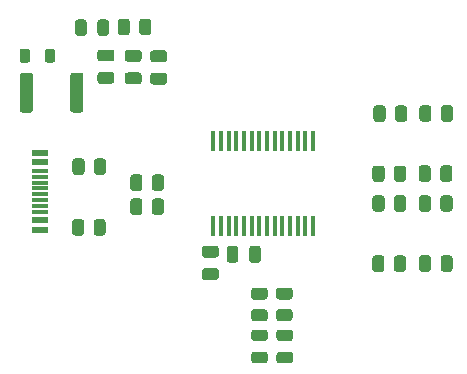
<source format=gbr>
%TF.GenerationSoftware,KiCad,Pcbnew,(5.1.10)-1*%
%TF.CreationDate,2021-09-17T22:01:12+03:00*%
%TF.ProjectId,G800Interface,47383030-496e-4746-9572-666163652e6b,rev?*%
%TF.SameCoordinates,Original*%
%TF.FileFunction,Paste,Top*%
%TF.FilePolarity,Positive*%
%FSLAX46Y46*%
G04 Gerber Fmt 4.6, Leading zero omitted, Abs format (unit mm)*
G04 Created by KiCad (PCBNEW (5.1.10)-1) date 2021-09-17 22:01:12*
%MOMM*%
%LPD*%
G01*
G04 APERTURE LIST*
%ADD10R,0.450000X1.750000*%
%ADD11R,1.450000X0.600000*%
%ADD12R,1.450000X0.300000*%
G04 APERTURE END LIST*
%TO.C,C5*%
G36*
G01*
X104630000Y-91745000D02*
X104630000Y-92695000D01*
G75*
G02*
X104380000Y-92945000I-250000J0D01*
G01*
X103880000Y-92945000D01*
G75*
G02*
X103630000Y-92695000I0J250000D01*
G01*
X103630000Y-91745000D01*
G75*
G02*
X103880000Y-91495000I250000J0D01*
G01*
X104380000Y-91495000D01*
G75*
G02*
X104630000Y-91745000I0J-250000D01*
G01*
G37*
G36*
G01*
X106530000Y-91745000D02*
X106530000Y-92695000D01*
G75*
G02*
X106280000Y-92945000I-250000J0D01*
G01*
X105780000Y-92945000D01*
G75*
G02*
X105530000Y-92695000I0J250000D01*
G01*
X105530000Y-91745000D01*
G75*
G02*
X105780000Y-91495000I250000J0D01*
G01*
X106280000Y-91495000D01*
G75*
G02*
X106530000Y-91745000I0J-250000D01*
G01*
G37*
%TD*%
D10*
%TO.C,U1*%
X110950600Y-89854200D03*
X110300600Y-89854200D03*
X109650600Y-89854200D03*
X109000600Y-89854200D03*
X108350600Y-89854200D03*
X107700600Y-89854200D03*
X107050600Y-89854200D03*
X106400600Y-89854200D03*
X105750600Y-89854200D03*
X105100600Y-89854200D03*
X104450600Y-89854200D03*
X103800600Y-89854200D03*
X103150600Y-89854200D03*
X102500600Y-89854200D03*
X102500600Y-82654200D03*
X103150600Y-82654200D03*
X103800600Y-82654200D03*
X104450600Y-82654200D03*
X105100600Y-82654200D03*
X105750600Y-82654200D03*
X106400600Y-82654200D03*
X107050600Y-82654200D03*
X107700600Y-82654200D03*
X108350600Y-82654200D03*
X109000600Y-82654200D03*
X109650600Y-82654200D03*
X110300600Y-82654200D03*
X110950600Y-82654200D03*
%TD*%
%TO.C,R15*%
G36*
G01*
X106850001Y-96062500D02*
X105949999Y-96062500D01*
G75*
G02*
X105700000Y-95812501I0J249999D01*
G01*
X105700000Y-95287499D01*
G75*
G02*
X105949999Y-95037500I249999J0D01*
G01*
X106850001Y-95037500D01*
G75*
G02*
X107100000Y-95287499I0J-249999D01*
G01*
X107100000Y-95812501D01*
G75*
G02*
X106850001Y-96062500I-249999J0D01*
G01*
G37*
G36*
G01*
X106850001Y-97887500D02*
X105949999Y-97887500D01*
G75*
G02*
X105700000Y-97637501I0J249999D01*
G01*
X105700000Y-97112499D01*
G75*
G02*
X105949999Y-96862500I249999J0D01*
G01*
X106850001Y-96862500D01*
G75*
G02*
X107100000Y-97112499I0J-249999D01*
G01*
X107100000Y-97637501D01*
G75*
G02*
X106850001Y-97887500I-249999J0D01*
G01*
G37*
%TD*%
%TO.C,R14*%
G36*
G01*
X108960001Y-96052500D02*
X108059999Y-96052500D01*
G75*
G02*
X107810000Y-95802501I0J249999D01*
G01*
X107810000Y-95277499D01*
G75*
G02*
X108059999Y-95027500I249999J0D01*
G01*
X108960001Y-95027500D01*
G75*
G02*
X109210000Y-95277499I0J-249999D01*
G01*
X109210000Y-95802501D01*
G75*
G02*
X108960001Y-96052500I-249999J0D01*
G01*
G37*
G36*
G01*
X108960001Y-97877500D02*
X108059999Y-97877500D01*
G75*
G02*
X107810000Y-97627501I0J249999D01*
G01*
X107810000Y-97102499D01*
G75*
G02*
X108059999Y-96852500I249999J0D01*
G01*
X108960001Y-96852500D01*
G75*
G02*
X109210000Y-97102499I0J-249999D01*
G01*
X109210000Y-97627501D01*
G75*
G02*
X108960001Y-97877500I-249999J0D01*
G01*
G37*
%TD*%
%TO.C,R13*%
G36*
G01*
X96242500Y-73419201D02*
X96242500Y-72519199D01*
G75*
G02*
X96492499Y-72269200I249999J0D01*
G01*
X97017501Y-72269200D01*
G75*
G02*
X97267500Y-72519199I0J-249999D01*
G01*
X97267500Y-73419201D01*
G75*
G02*
X97017501Y-73669200I-249999J0D01*
G01*
X96492499Y-73669200D01*
G75*
G02*
X96242500Y-73419201I0J249999D01*
G01*
G37*
G36*
G01*
X94417500Y-73419201D02*
X94417500Y-72519199D01*
G75*
G02*
X94667499Y-72269200I249999J0D01*
G01*
X95192501Y-72269200D01*
G75*
G02*
X95442500Y-72519199I0J-249999D01*
G01*
X95442500Y-73419201D01*
G75*
G02*
X95192501Y-73669200I-249999J0D01*
G01*
X94667499Y-73669200D01*
G75*
G02*
X94417500Y-73419201I0J249999D01*
G01*
G37*
%TD*%
%TO.C,R12*%
G36*
G01*
X120972500Y-79839999D02*
X120972500Y-80740001D01*
G75*
G02*
X120722501Y-80990000I-249999J0D01*
G01*
X120197499Y-80990000D01*
G75*
G02*
X119947500Y-80740001I0J249999D01*
G01*
X119947500Y-79839999D01*
G75*
G02*
X120197499Y-79590000I249999J0D01*
G01*
X120722501Y-79590000D01*
G75*
G02*
X120972500Y-79839999I0J-249999D01*
G01*
G37*
G36*
G01*
X122797500Y-79839999D02*
X122797500Y-80740001D01*
G75*
G02*
X122547501Y-80990000I-249999J0D01*
G01*
X122022499Y-80990000D01*
G75*
G02*
X121772500Y-80740001I0J249999D01*
G01*
X121772500Y-79839999D01*
G75*
G02*
X122022499Y-79590000I249999J0D01*
G01*
X122547501Y-79590000D01*
G75*
G02*
X122797500Y-79839999I0J-249999D01*
G01*
G37*
%TD*%
%TO.C,R11*%
G36*
G01*
X120942500Y-92549999D02*
X120942500Y-93450001D01*
G75*
G02*
X120692501Y-93700000I-249999J0D01*
G01*
X120167499Y-93700000D01*
G75*
G02*
X119917500Y-93450001I0J249999D01*
G01*
X119917500Y-92549999D01*
G75*
G02*
X120167499Y-92300000I249999J0D01*
G01*
X120692501Y-92300000D01*
G75*
G02*
X120942500Y-92549999I0J-249999D01*
G01*
G37*
G36*
G01*
X122767500Y-92549999D02*
X122767500Y-93450001D01*
G75*
G02*
X122517501Y-93700000I-249999J0D01*
G01*
X121992499Y-93700000D01*
G75*
G02*
X121742500Y-93450001I0J249999D01*
G01*
X121742500Y-92549999D01*
G75*
G02*
X121992499Y-92300000I249999J0D01*
G01*
X122517501Y-92300000D01*
G75*
G02*
X122767500Y-92549999I0J-249999D01*
G01*
G37*
%TD*%
%TO.C,R10*%
G36*
G01*
X120930000Y-87469999D02*
X120930000Y-88370001D01*
G75*
G02*
X120680001Y-88620000I-249999J0D01*
G01*
X120154999Y-88620000D01*
G75*
G02*
X119905000Y-88370001I0J249999D01*
G01*
X119905000Y-87469999D01*
G75*
G02*
X120154999Y-87220000I249999J0D01*
G01*
X120680001Y-87220000D01*
G75*
G02*
X120930000Y-87469999I0J-249999D01*
G01*
G37*
G36*
G01*
X122755000Y-87469999D02*
X122755000Y-88370001D01*
G75*
G02*
X122505001Y-88620000I-249999J0D01*
G01*
X121979999Y-88620000D01*
G75*
G02*
X121730000Y-88370001I0J249999D01*
G01*
X121730000Y-87469999D01*
G75*
G02*
X121979999Y-87220000I249999J0D01*
G01*
X122505001Y-87220000D01*
G75*
G02*
X122755000Y-87469999I0J-249999D01*
G01*
G37*
%TD*%
%TO.C,R9*%
G36*
G01*
X120912500Y-84939999D02*
X120912500Y-85840001D01*
G75*
G02*
X120662501Y-86090000I-249999J0D01*
G01*
X120137499Y-86090000D01*
G75*
G02*
X119887500Y-85840001I0J249999D01*
G01*
X119887500Y-84939999D01*
G75*
G02*
X120137499Y-84690000I249999J0D01*
G01*
X120662501Y-84690000D01*
G75*
G02*
X120912500Y-84939999I0J-249999D01*
G01*
G37*
G36*
G01*
X122737500Y-84939999D02*
X122737500Y-85840001D01*
G75*
G02*
X122487501Y-86090000I-249999J0D01*
G01*
X121962499Y-86090000D01*
G75*
G02*
X121712500Y-85840001I0J249999D01*
G01*
X121712500Y-84939999D01*
G75*
G02*
X121962499Y-84690000I249999J0D01*
G01*
X122487501Y-84690000D01*
G75*
G02*
X122737500Y-84939999I0J-249999D01*
G01*
G37*
%TD*%
%TO.C,R8*%
G36*
G01*
X96499100Y-87738799D02*
X96499100Y-88638801D01*
G75*
G02*
X96249101Y-88888800I-249999J0D01*
G01*
X95724099Y-88888800D01*
G75*
G02*
X95474100Y-88638801I0J249999D01*
G01*
X95474100Y-87738799D01*
G75*
G02*
X95724099Y-87488800I249999J0D01*
G01*
X96249101Y-87488800D01*
G75*
G02*
X96499100Y-87738799I0J-249999D01*
G01*
G37*
G36*
G01*
X98324100Y-87738799D02*
X98324100Y-88638801D01*
G75*
G02*
X98074101Y-88888800I-249999J0D01*
G01*
X97549099Y-88888800D01*
G75*
G02*
X97299100Y-88638801I0J249999D01*
G01*
X97299100Y-87738799D01*
G75*
G02*
X97549099Y-87488800I249999J0D01*
G01*
X98074101Y-87488800D01*
G75*
G02*
X98324100Y-87738799I0J-249999D01*
G01*
G37*
%TD*%
%TO.C,R7*%
G36*
G01*
X91600000Y-84349999D02*
X91600000Y-85250001D01*
G75*
G02*
X91350001Y-85500000I-249999J0D01*
G01*
X90824999Y-85500000D01*
G75*
G02*
X90575000Y-85250001I0J249999D01*
G01*
X90575000Y-84349999D01*
G75*
G02*
X90824999Y-84100000I249999J0D01*
G01*
X91350001Y-84100000D01*
G75*
G02*
X91600000Y-84349999I0J-249999D01*
G01*
G37*
G36*
G01*
X93425000Y-84349999D02*
X93425000Y-85250001D01*
G75*
G02*
X93175001Y-85500000I-249999J0D01*
G01*
X92649999Y-85500000D01*
G75*
G02*
X92400000Y-85250001I0J249999D01*
G01*
X92400000Y-84349999D01*
G75*
G02*
X92649999Y-84100000I249999J0D01*
G01*
X93175001Y-84100000D01*
G75*
G02*
X93425000Y-84349999I0J-249999D01*
G01*
G37*
%TD*%
%TO.C,R6*%
G36*
G01*
X91570000Y-89489999D02*
X91570000Y-90390001D01*
G75*
G02*
X91320001Y-90640000I-249999J0D01*
G01*
X90794999Y-90640000D01*
G75*
G02*
X90545000Y-90390001I0J249999D01*
G01*
X90545000Y-89489999D01*
G75*
G02*
X90794999Y-89240000I249999J0D01*
G01*
X91320001Y-89240000D01*
G75*
G02*
X91570000Y-89489999I0J-249999D01*
G01*
G37*
G36*
G01*
X93395000Y-89489999D02*
X93395000Y-90390001D01*
G75*
G02*
X93145001Y-90640000I-249999J0D01*
G01*
X92619999Y-90640000D01*
G75*
G02*
X92370000Y-90390001I0J249999D01*
G01*
X92370000Y-89489999D01*
G75*
G02*
X92619999Y-89240000I249999J0D01*
G01*
X93145001Y-89240000D01*
G75*
G02*
X93395000Y-89489999I0J-249999D01*
G01*
G37*
%TD*%
%TO.C,R5*%
G36*
G01*
X96499100Y-85706799D02*
X96499100Y-86606801D01*
G75*
G02*
X96249101Y-86856800I-249999J0D01*
G01*
X95724099Y-86856800D01*
G75*
G02*
X95474100Y-86606801I0J249999D01*
G01*
X95474100Y-85706799D01*
G75*
G02*
X95724099Y-85456800I249999J0D01*
G01*
X96249101Y-85456800D01*
G75*
G02*
X96499100Y-85706799I0J-249999D01*
G01*
G37*
G36*
G01*
X98324100Y-85706799D02*
X98324100Y-86606801D01*
G75*
G02*
X98074101Y-86856800I-249999J0D01*
G01*
X97549099Y-86856800D01*
G75*
G02*
X97299100Y-86606801I0J249999D01*
G01*
X97299100Y-85706799D01*
G75*
G02*
X97549099Y-85456800I249999J0D01*
G01*
X98074101Y-85456800D01*
G75*
G02*
X98324100Y-85706799I0J-249999D01*
G01*
G37*
%TD*%
%TO.C,R4*%
G36*
G01*
X117087500Y-79859999D02*
X117087500Y-80760001D01*
G75*
G02*
X116837501Y-81010000I-249999J0D01*
G01*
X116312499Y-81010000D01*
G75*
G02*
X116062500Y-80760001I0J249999D01*
G01*
X116062500Y-79859999D01*
G75*
G02*
X116312499Y-79610000I249999J0D01*
G01*
X116837501Y-79610000D01*
G75*
G02*
X117087500Y-79859999I0J-249999D01*
G01*
G37*
G36*
G01*
X118912500Y-79859999D02*
X118912500Y-80760001D01*
G75*
G02*
X118662501Y-81010000I-249999J0D01*
G01*
X118137499Y-81010000D01*
G75*
G02*
X117887500Y-80760001I0J249999D01*
G01*
X117887500Y-79859999D01*
G75*
G02*
X118137499Y-79610000I249999J0D01*
G01*
X118662501Y-79610000D01*
G75*
G02*
X118912500Y-79859999I0J-249999D01*
G01*
G37*
%TD*%
%TO.C,R3*%
G36*
G01*
X116987500Y-92559999D02*
X116987500Y-93460001D01*
G75*
G02*
X116737501Y-93710000I-249999J0D01*
G01*
X116212499Y-93710000D01*
G75*
G02*
X115962500Y-93460001I0J249999D01*
G01*
X115962500Y-92559999D01*
G75*
G02*
X116212499Y-92310000I249999J0D01*
G01*
X116737501Y-92310000D01*
G75*
G02*
X116987500Y-92559999I0J-249999D01*
G01*
G37*
G36*
G01*
X118812500Y-92559999D02*
X118812500Y-93460001D01*
G75*
G02*
X118562501Y-93710000I-249999J0D01*
G01*
X118037499Y-93710000D01*
G75*
G02*
X117787500Y-93460001I0J249999D01*
G01*
X117787500Y-92559999D01*
G75*
G02*
X118037499Y-92310000I249999J0D01*
G01*
X118562501Y-92310000D01*
G75*
G02*
X118812500Y-92559999I0J-249999D01*
G01*
G37*
%TD*%
%TO.C,R2*%
G36*
G01*
X116997500Y-87469999D02*
X116997500Y-88370001D01*
G75*
G02*
X116747501Y-88620000I-249999J0D01*
G01*
X116222499Y-88620000D01*
G75*
G02*
X115972500Y-88370001I0J249999D01*
G01*
X115972500Y-87469999D01*
G75*
G02*
X116222499Y-87220000I249999J0D01*
G01*
X116747501Y-87220000D01*
G75*
G02*
X116997500Y-87469999I0J-249999D01*
G01*
G37*
G36*
G01*
X118822500Y-87469999D02*
X118822500Y-88370001D01*
G75*
G02*
X118572501Y-88620000I-249999J0D01*
G01*
X118047499Y-88620000D01*
G75*
G02*
X117797500Y-88370001I0J249999D01*
G01*
X117797500Y-87469999D01*
G75*
G02*
X118047499Y-87220000I249999J0D01*
G01*
X118572501Y-87220000D01*
G75*
G02*
X118822500Y-87469999I0J-249999D01*
G01*
G37*
%TD*%
%TO.C,R1*%
G36*
G01*
X116997500Y-84949999D02*
X116997500Y-85850001D01*
G75*
G02*
X116747501Y-86100000I-249999J0D01*
G01*
X116222499Y-86100000D01*
G75*
G02*
X115972500Y-85850001I0J249999D01*
G01*
X115972500Y-84949999D01*
G75*
G02*
X116222499Y-84700000I249999J0D01*
G01*
X116747501Y-84700000D01*
G75*
G02*
X116997500Y-84949999I0J-249999D01*
G01*
G37*
G36*
G01*
X118822500Y-84949999D02*
X118822500Y-85850001D01*
G75*
G02*
X118572501Y-86100000I-249999J0D01*
G01*
X118047499Y-86100000D01*
G75*
G02*
X117797500Y-85850001I0J249999D01*
G01*
X117797500Y-84949999D01*
G75*
G02*
X118047499Y-84700000I249999J0D01*
G01*
X118572501Y-84700000D01*
G75*
G02*
X118822500Y-84949999I0J-249999D01*
G01*
G37*
%TD*%
D11*
%TO.C,J2*%
X87814200Y-90143400D03*
X87814200Y-89343400D03*
X87814200Y-84443400D03*
X87814200Y-83643400D03*
X87814200Y-83643400D03*
X87814200Y-84443400D03*
X87814200Y-89343400D03*
X87814200Y-90143400D03*
D12*
X87814200Y-85143400D03*
X87814200Y-85643400D03*
X87814200Y-86143400D03*
X87814200Y-87143400D03*
X87814200Y-87643400D03*
X87814200Y-88143400D03*
X87814200Y-88643400D03*
X87814200Y-86643400D03*
%TD*%
%TO.C,FB1*%
G36*
G01*
X86989800Y-75026350D02*
X86989800Y-75788850D01*
G75*
G02*
X86771050Y-76007600I-218750J0D01*
G01*
X86333550Y-76007600D01*
G75*
G02*
X86114800Y-75788850I0J218750D01*
G01*
X86114800Y-75026350D01*
G75*
G02*
X86333550Y-74807600I218750J0D01*
G01*
X86771050Y-74807600D01*
G75*
G02*
X86989800Y-75026350I0J-218750D01*
G01*
G37*
G36*
G01*
X89114800Y-75026350D02*
X89114800Y-75788850D01*
G75*
G02*
X88896050Y-76007600I-218750J0D01*
G01*
X88458550Y-76007600D01*
G75*
G02*
X88239800Y-75788850I0J218750D01*
G01*
X88239800Y-75026350D01*
G75*
G02*
X88458550Y-74807600I218750J0D01*
G01*
X88896050Y-74807600D01*
G75*
G02*
X89114800Y-75026350I0J-218750D01*
G01*
G37*
%TD*%
%TO.C,F1*%
G36*
G01*
X90383600Y-79981801D02*
X90383600Y-77081799D01*
G75*
G02*
X90633599Y-76831800I249999J0D01*
G01*
X91258601Y-76831800D01*
G75*
G02*
X91508600Y-77081799I0J-249999D01*
G01*
X91508600Y-79981801D01*
G75*
G02*
X91258601Y-80231800I-249999J0D01*
G01*
X90633599Y-80231800D01*
G75*
G02*
X90383600Y-79981801I0J249999D01*
G01*
G37*
G36*
G01*
X86108600Y-79981801D02*
X86108600Y-77081799D01*
G75*
G02*
X86358599Y-76831800I249999J0D01*
G01*
X86983601Y-76831800D01*
G75*
G02*
X87233600Y-77081799I0J-249999D01*
G01*
X87233600Y-79981801D01*
G75*
G02*
X86983601Y-80231800I-249999J0D01*
G01*
X86358599Y-80231800D01*
G75*
G02*
X86108600Y-79981801I0J249999D01*
G01*
G37*
%TD*%
%TO.C,D3*%
G36*
G01*
X105963750Y-100467500D02*
X106876250Y-100467500D01*
G75*
G02*
X107120000Y-100711250I0J-243750D01*
G01*
X107120000Y-101198750D01*
G75*
G02*
X106876250Y-101442500I-243750J0D01*
G01*
X105963750Y-101442500D01*
G75*
G02*
X105720000Y-101198750I0J243750D01*
G01*
X105720000Y-100711250D01*
G75*
G02*
X105963750Y-100467500I243750J0D01*
G01*
G37*
G36*
G01*
X105963750Y-98592500D02*
X106876250Y-98592500D01*
G75*
G02*
X107120000Y-98836250I0J-243750D01*
G01*
X107120000Y-99323750D01*
G75*
G02*
X106876250Y-99567500I-243750J0D01*
G01*
X105963750Y-99567500D01*
G75*
G02*
X105720000Y-99323750I0J243750D01*
G01*
X105720000Y-98836250D01*
G75*
G02*
X105963750Y-98592500I243750J0D01*
G01*
G37*
%TD*%
%TO.C,D2*%
G36*
G01*
X108093750Y-100470000D02*
X109006250Y-100470000D01*
G75*
G02*
X109250000Y-100713750I0J-243750D01*
G01*
X109250000Y-101201250D01*
G75*
G02*
X109006250Y-101445000I-243750J0D01*
G01*
X108093750Y-101445000D01*
G75*
G02*
X107850000Y-101201250I0J243750D01*
G01*
X107850000Y-100713750D01*
G75*
G02*
X108093750Y-100470000I243750J0D01*
G01*
G37*
G36*
G01*
X108093750Y-98595000D02*
X109006250Y-98595000D01*
G75*
G02*
X109250000Y-98838750I0J-243750D01*
G01*
X109250000Y-99326250D01*
G75*
G02*
X109006250Y-99570000I-243750J0D01*
G01*
X108093750Y-99570000D01*
G75*
G02*
X107850000Y-99326250I0J243750D01*
G01*
X107850000Y-98838750D01*
G75*
G02*
X108093750Y-98595000I243750J0D01*
G01*
G37*
%TD*%
%TO.C,D1*%
G36*
G01*
X91785300Y-72563750D02*
X91785300Y-73476250D01*
G75*
G02*
X91541550Y-73720000I-243750J0D01*
G01*
X91054050Y-73720000D01*
G75*
G02*
X90810300Y-73476250I0J243750D01*
G01*
X90810300Y-72563750D01*
G75*
G02*
X91054050Y-72320000I243750J0D01*
G01*
X91541550Y-72320000D01*
G75*
G02*
X91785300Y-72563750I0J-243750D01*
G01*
G37*
G36*
G01*
X93660300Y-72563750D02*
X93660300Y-73476250D01*
G75*
G02*
X93416550Y-73720000I-243750J0D01*
G01*
X92929050Y-73720000D01*
G75*
G02*
X92685300Y-73476250I0J243750D01*
G01*
X92685300Y-72563750D01*
G75*
G02*
X92929050Y-72320000I243750J0D01*
G01*
X93416550Y-72320000D01*
G75*
G02*
X93660300Y-72563750I0J-243750D01*
G01*
G37*
%TD*%
%TO.C,C4*%
G36*
G01*
X101785000Y-93400000D02*
X102735000Y-93400000D01*
G75*
G02*
X102985000Y-93650000I0J-250000D01*
G01*
X102985000Y-94150000D01*
G75*
G02*
X102735000Y-94400000I-250000J0D01*
G01*
X101785000Y-94400000D01*
G75*
G02*
X101535000Y-94150000I0J250000D01*
G01*
X101535000Y-93650000D01*
G75*
G02*
X101785000Y-93400000I250000J0D01*
G01*
G37*
G36*
G01*
X101785000Y-91500000D02*
X102735000Y-91500000D01*
G75*
G02*
X102985000Y-91750000I0J-250000D01*
G01*
X102985000Y-92250000D01*
G75*
G02*
X102735000Y-92500000I-250000J0D01*
G01*
X101785000Y-92500000D01*
G75*
G02*
X101535000Y-92250000I0J250000D01*
G01*
X101535000Y-91750000D01*
G75*
G02*
X101785000Y-91500000I250000J0D01*
G01*
G37*
%TD*%
%TO.C,C3*%
G36*
G01*
X95242400Y-76822800D02*
X96192400Y-76822800D01*
G75*
G02*
X96442400Y-77072800I0J-250000D01*
G01*
X96442400Y-77572800D01*
G75*
G02*
X96192400Y-77822800I-250000J0D01*
G01*
X95242400Y-77822800D01*
G75*
G02*
X94992400Y-77572800I0J250000D01*
G01*
X94992400Y-77072800D01*
G75*
G02*
X95242400Y-76822800I250000J0D01*
G01*
G37*
G36*
G01*
X95242400Y-74922800D02*
X96192400Y-74922800D01*
G75*
G02*
X96442400Y-75172800I0J-250000D01*
G01*
X96442400Y-75672800D01*
G75*
G02*
X96192400Y-75922800I-250000J0D01*
G01*
X95242400Y-75922800D01*
G75*
G02*
X94992400Y-75672800I0J250000D01*
G01*
X94992400Y-75172800D01*
G75*
G02*
X95242400Y-74922800I250000J0D01*
G01*
G37*
%TD*%
%TO.C,C2*%
G36*
G01*
X97401400Y-76848200D02*
X98351400Y-76848200D01*
G75*
G02*
X98601400Y-77098200I0J-250000D01*
G01*
X98601400Y-77598200D01*
G75*
G02*
X98351400Y-77848200I-250000J0D01*
G01*
X97401400Y-77848200D01*
G75*
G02*
X97151400Y-77598200I0J250000D01*
G01*
X97151400Y-77098200D01*
G75*
G02*
X97401400Y-76848200I250000J0D01*
G01*
G37*
G36*
G01*
X97401400Y-74948200D02*
X98351400Y-74948200D01*
G75*
G02*
X98601400Y-75198200I0J-250000D01*
G01*
X98601400Y-75698200D01*
G75*
G02*
X98351400Y-75948200I-250000J0D01*
G01*
X97401400Y-75948200D01*
G75*
G02*
X97151400Y-75698200I0J250000D01*
G01*
X97151400Y-75198200D01*
G75*
G02*
X97401400Y-74948200I250000J0D01*
G01*
G37*
%TD*%
%TO.C,C1*%
G36*
G01*
X92931000Y-76787200D02*
X93881000Y-76787200D01*
G75*
G02*
X94131000Y-77037200I0J-250000D01*
G01*
X94131000Y-77537200D01*
G75*
G02*
X93881000Y-77787200I-250000J0D01*
G01*
X92931000Y-77787200D01*
G75*
G02*
X92681000Y-77537200I0J250000D01*
G01*
X92681000Y-77037200D01*
G75*
G02*
X92931000Y-76787200I250000J0D01*
G01*
G37*
G36*
G01*
X92931000Y-74887200D02*
X93881000Y-74887200D01*
G75*
G02*
X94131000Y-75137200I0J-250000D01*
G01*
X94131000Y-75637200D01*
G75*
G02*
X93881000Y-75887200I-250000J0D01*
G01*
X92931000Y-75887200D01*
G75*
G02*
X92681000Y-75637200I0J250000D01*
G01*
X92681000Y-75137200D01*
G75*
G02*
X92931000Y-74887200I250000J0D01*
G01*
G37*
%TD*%
M02*

</source>
